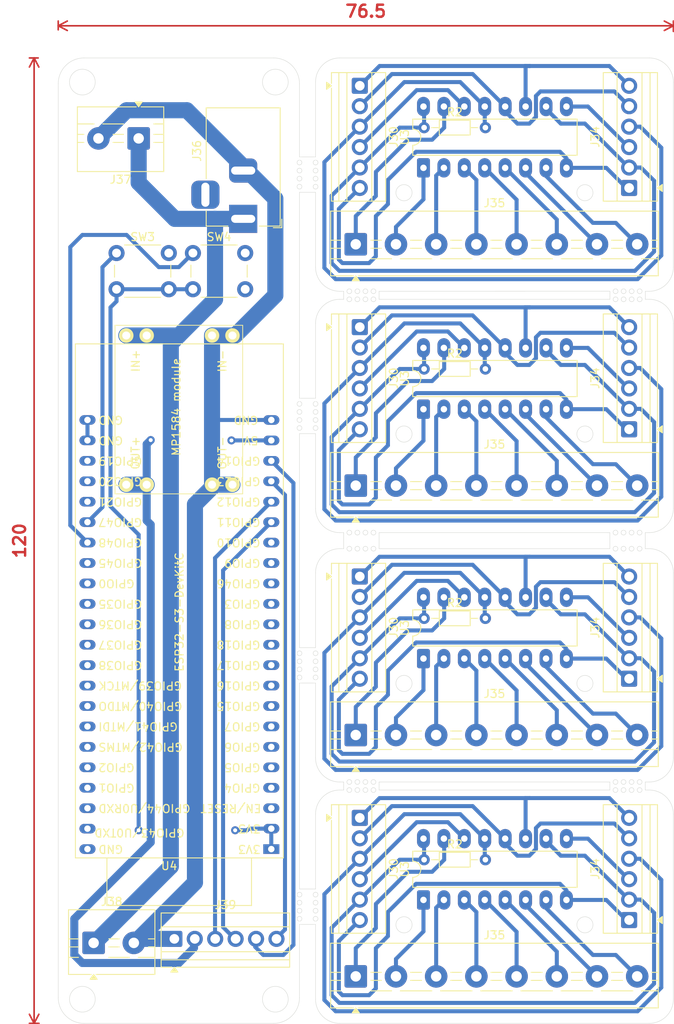
<source format=kicad_pcb>
(kicad_pcb (version 20241229) (generator "pcbnew") (generator_version "9.0")
  (layers (0 "F.Cu" signal) (2 "B.Cu" signal) (13 "F.Paste" user) (15 "B.Paste" user) (5 "F.SilkS" user "F.Silkscreen") (7 "B.SilkS" user "B.Silkscreen") (1 "F.Mask" user) (3 "B.Mask" user) (25 "Edge.Cuts" user))
  (net 0 "")
  (net 1 "+3V3")
  (net 2 "GND")
  (net 3 "+5V")
  (net 4 "+12V")
  (net 5 "/Shift Register/CLOCK")
  (net 6 "/Shift Register/LATCH")
  (net 7 "/Shift Register/OUT_EN")
  (net 8 "/Shift Register/DATA_IN")
  (net 9 "/Shift Register/DATA_OUT")
  (net 10 "Net-(J35-Pin_7)")
  (net 11 "Net-(J35-Pin_1)")
  (net 12 "Net-(J35-Pin_3)")
  (net 13 "Net-(J35-Pin_2)")
  (net 14 "Net-(J35-Pin_6)")
  (net 15 "Net-(J35-Pin_8)")
  (net 16 "Net-(J35-Pin_4)")
  (net 17 "Net-(J35-Pin_5)")
  (net 18 "/ESP32-S3/CLOCK")
  (net 19 "/ESP32-S3/DATA")
  (net 20 "/ESP32-S3/OUT_EN")
  (net 21 "/ESP32-S3/LATCH")
  (net 22 "Net-(U4-GPIO47)")
  (net 23 "Net-(U4-GPIO48)")
  (footprint "TerminalBlock:TerminalBlock_Xinya_XY308-2.54-6P_1x06_P2.54mm_Horizontal" (layer "F.Cu") (at 69.5 126.46 -90)
    (property "Reference" "J30")
    (property "Value" "Terminal_Input")
  )
  (footprint "TerminalBlock:TerminalBlock_Xinya_XY308-2.54-6P_1x06_P2.54mm_Horizontal" (layer "F.Cu") (at 103 109.16 90)
    (property "Reference" "J34")
    (property "Value" "Terminal_Output")
  )
  (footprint "Resistor_THT:R_Axial_DIN0204_L3.6mm_D1.6mm_P7.62mm_Horizontal" (layer "F.Cu") (at 77.5 70.66)
    (property "Reference" "R2")
    (property "Value" "1k")
  )
  (footprint "mp1584:MP1584-Module_B22.1x16.8mm" (layer "F.Cu") (at 53.6675 66.5 -90)
    (property "Reference" "U5" (hide yes))
    (property "Value" "MP1584" (hide yes))
  )
  (footprint "PCM_Espressif:ESP32-S3-DevKitC" (layer "F.Cu") (at 58.49632 130.33728 180)
    (property "Reference" "U4")
    (property "Value" "ESP32-S3-DevKitC")
  )
  (footprint "Resistor_THT:R_Axial_DIN0204_L3.6mm_D1.6mm_P7.62mm_Horizontal" (layer "F.Cu") (at 77.5 101.66)
    (property "Reference" "R2")
    (property "Value" "1k")
  )
  (footprint "Package_DIP:DIP-16_W7.62mm_LongPads" (layer "F.Cu") (at 77.42 75.66 90)
    (property "Reference" "U3")
    (property "Value" "74HC595")
  )
  (footprint "TerminalBlock:TerminalBlock_MaiXu_MX126-5.0-02P_1x02_P5.00mm" (layer "F.Cu") (at 36.4 142)
    (property "Reference" "J38")
    (property "Value" "Screw_Terminal_01x02")
  )
  (footprint "TerminalBlock:TerminalBlock_MaiXu_MX126-5.0-08P_1x08_P5.00mm" (layer "F.Cu") (at 69 85.16)
    (property "Reference" "J35")
    (property "Value" "Terminal_to_Relays")
  )
  (footprint "Package_DIP:DIP-16_W7.62mm_LongPads" (layer "F.Cu") (at 77.42 136.66 90)
    (property "Reference" "U3")
    (property "Value" "74HC595")
  )
  (footprint "TerminalBlock:TerminalBlock_Xinya_XY308-2.54-6P_1x06_P2.54mm_Horizontal" (layer "F.Cu") (at 69.5 65.46 -90)
    (property "Reference" "J30")
    (property "Value" "Terminal_Input")
  )
  (footprint "Resistor_THT:R_Axial_DIN0204_L3.6mm_D1.6mm_P7.62mm_Horizontal" (layer "F.Cu") (at 77.5 40.66)
    (property "Reference" "R2")
    (property "Value" "1k")
  )
  (footprint "TerminalBlock:TerminalBlock_MaiXu_MX126-5.0-08P_1x08_P5.00mm" (layer "F.Cu") (at 69 55.16)
    (property "Reference" "J35")
    (property "Value" "Terminal_to_Relays")
  )
  (footprint "TerminalBlock:TerminalBlock_Xinya_XY308-2.54-6P_1x06_P2.54mm_Horizontal" (layer "F.Cu") (at 103 78.16 90)
    (property "Reference" "J34")
    (property "Value" "Terminal_Output")
  )
  (footprint "TerminalBlock:TerminalBlock_Xinya_XY308-2.54-6P_1x06_P2.54mm_Horizontal" (layer "F.Cu") (at 103 139.16 90)
    (property "Reference" "J34")
    (property "Value" "Terminal_Output")
  )
  (footprint "TerminalBlock:TerminalBlock_Xinya_XY308-2.54-6P_1x06_P2.54mm_Horizontal" (layer "F.Cu") (at 46.44 141.5)
    (property "Reference" "J39")
    (property "Value" "Terminal_Output")
  )
  (footprint "Button_Switch_THT:SW_PUSH_6mm" (layer "F.Cu") (at 39.25 56.25)
    (property "Reference" "SW3")
    (property "Value" "SW_Push")
  )
  (footprint "Button_Switch_THT:SW_PUSH_6mm" (layer "F.Cu") (at 48.75 56.25)
    (property "Reference" "SW4")
    (property "Value" "SW_Push")
  )
  (footprint "Resistor_THT:R_Axial_DIN0204_L3.6mm_D1.6mm_P7.62mm_Horizontal" (layer "F.Cu") (at 77.5 131.66)
    (property "Reference" "R2")
    (property "Value" "1k")
  )
  (footprint "TerminalBlock:TerminalBlock_Xinya_XY308-2.54-6P_1x06_P2.54mm_Horizontal" (layer "F.Cu") (at 69.5 35.46 -90)
    (property "Reference" "J30")
    (property "Value" "Terminal_Input")
  )
  (footprint "TerminalBlock:TerminalBlock_Xinya_XY308-2.54-6P_1x06_P2.54mm_Horizontal" (layer "F.Cu") (at 69.5 96.46 -90)
    (property "Reference" "J30")
    (property "Value" "Terminal_Input")
  )
  (footprint "TerminalBlock:TerminalBlock_MaiXu_MX126-5.0-08P_1x08_P5.00mm" (layer "F.Cu") (at 69 146.16)
    (property "Reference" "J35")
    (property "Value" "Terminal_to_Relays")
  )
  (footprint "TerminalBlock:TerminalBlock_MaiXu_MX126-5.0-02P_1x02_P5.00mm" (layer "F.Cu") (at 42 42 180)
    (property "Reference" "J37")
    (property "Value" "Screw_Terminal_01x02")
  )
  (footprint "Connector_BarrelJack:BarrelJack_Horizontal" (layer "F.Cu") (at 55 52 -90)
    (property "Reference" "J36")
    (property "Value" "Barrel_Jack_MountingPin")
  )
  (footprint "TerminalBlock:TerminalBlock_Xinya_XY308-2.54-6P_1x06_P2.54mm_Horizontal" (layer "F.Cu") (at 103 48.16 90)
    (property "Reference" "J34")
    (property "Value" "Terminal_Output")
  )
  (footprint "Package_DIP:DIP-16_W7.62mm_LongPads" (layer "F.Cu") (at 77.42 106.66 90)
    (property "Reference" "U3")
    (property "Value" "74HC595")
  )
  (footprint "TerminalBlock:TerminalBlock_MaiXu_MX126-5.0-08P_1x08_P5.00mm" (layer "F.Cu") (at 69 116.16)
    (property "Reference" "J35")
    (property "Value" "Terminal_to_Relays")
  )
  (footprint "Package_DIP:DIP-16_W7.62mm_LongPads" (layer "F.Cu") (at 77.42 45.66 90)
    (property "Reference" "U3")
    (property "Value" "74HC595")
  )
  (gr_circle (center 62 139) (end 61.7 139) (stroke (width 0.05)) (fill no) (layer "Edge.Cuts"))
  (gr_circle (center 68.2 122) (end 68.2 121.7) (stroke (width 0.05)) (fill no) (layer "Edge.Cuts"))
  (gr_line (start 62 78.7) (end 64 78.7) (stroke (width 0.05)) (layer "Edge.Cuts"))
  (gr_circle (center 75 78.75) (end 74 78.850781) (stroke (width 0.05)) (fill no) (layer "Edge.Cuts"))
  (gr_circle (center 70.2 91) (end 70.2 90.7) (stroke (width 0.05)) (fill no) (layer "Edge.Cuts"))
  (gr_circle (center 64 45) (end 63.7 45) (stroke (width 0.05)) (fill no) (layer "Edge.Cuts"))
  (gr_arc (start 35.2 152) (mid 32.937258 151.062742) (end 32 148.8) (stroke (width 0.05)) (layer "Edge.Cuts"))
  (gr_circle (center 71.2 123) (end 71.2 122.7) (stroke (width 0.05)) (fill no) (layer "Edge.Cuts"))
  (gr_circle (center 62 76) (end 61.7 76) (stroke (width 0.05)) (fill no) (layer "Edge.Cuts"))
  (gr_line (start 64 126) (end 64 135.3) (stroke (width 0.05)) (layer "Edge.Cuts"))
  (gr_circle (center 64 77) (end 63.7 77) (stroke (width 0.05)) (fill no) (layer "Edge.Cuts"))
  (gr_circle (center 71.2 122) (end 71.2 121.7) (stroke (width 0.05)) (fill no) (layer "Edge.Cuts"))
  (gr_circle (center 102.3 122) (end 102.3 121.7) (stroke (width 0.05)) (fill no) (layer "Edge.Cuts"))
  (gr_arc (start 67 122) (mid 64.87868 121.12132) (end 64 119) (stroke (width 0.05)) (layer "Edge.Cuts"))
  (gr_line (start 71.9 122) (end 71.9 123) (stroke (width 0.05)) (layer "Edge.Cuts"))
  (gr_circle (center 62 47) (end 61.7 47) (stroke (width 0.05)) (fill no) (layer "Edge.Cuts"))
  (gr_line (start 67.5 91) (end 67 91) (stroke (width 0.05)) (layer "Edge.Cuts"))
  (gr_arc (start 67 152) (mid 64.87868 151.12132) (end 64 149) (stroke (width 0.05)) (layer "Edge.Cuts"))
  (gr_arc (start 64 96) (mid 64.87868 93.87868) (end 67 93) (stroke (width 0.05)) (layer "Edge.Cuts"))
  (gr_circle (center 104.3 123) (end 104.3 122.7) (stroke (width 0.05)) (fill no) (layer "Edge.Cuts"))
  (gr_line (start 67 123) (end 67.5 123) (stroke (width 0.05)) (layer "Edge.Cuts"))
  (gr_line (start 71.9 123) (end 100.6 123) (stroke (width 0.05)) (layer "Edge.Cuts"))
  (gr_line (start 67.5 122) (end 67 122) (stroke (width 0.05)) (layer "Edge.Cuts"))
  (gr_circle (center 103.3 122) (end 103.3 121.7) (stroke (width 0.05)) (fill no) (layer "Edge.Cuts"))
  (gr_circle (center 68.2 62) (end 68.2 61.7) (stroke (width 0.05)) (fill no) (layer "Edge.Cuts"))
  (gr_circle (center 64 46) (end 63.7 46) (stroke (width 0.05)) (fill no) (layer "Edge.Cuts"))
  (gr_arc (start 62 148.8) (mid 61.062742 151.062742) (end 58.8 152) (stroke (width 0.05)) (layer "Edge.Cuts"))
  (gr_circle (center 64 78) (end 63.7 78) (stroke (width 0.05)) (fill no) (layer "Edge.Cuts"))
  (gr_line (start 71.9 61) (end 71.9 62) (stroke (width 0.05)) (layer "Edge.Cuts"))
  (gr_line (start 105 123) (end 105.5 123) (stroke (width 0.05)) (layer "Edge.Cuts"))
  (gr_circle (center 35 149) (end 35 147.4) (stroke (width 0.05)) (fill no) (layer "Edge.Cuts"))
  (gr_line (start 105.5 91) (end 105 91) (stroke (width 0.05)) (layer "Edge.Cuts"))
  (gr_circle (center 70.2 61) (end 70.2 60.7) (stroke (width 0.05)) (fill no) (layer "Edge.Cuts"))
  (gr_circle (center 64 106) (end 63.7 106) (stroke (width 0.05)) (fill no) (layer "Edge.Cuts"))
  (gr_circle (center 71.2 62) (end 71.2 61.7) (stroke (width 0.05)) (fill no) (layer "Edge.Cuts"))
  (gr_circle (center 69.2 61) (end 69.2 60.7) (stroke (width 0.05)) (fill no) (layer "Edge.Cuts"))
  (gr_circle (center 69.2 62) (end 69.2 61.7) (stroke (width 0.05)) (fill no) (layer "Edge.Cuts"))
  (gr_line (start 62 139.7) (end 62 148.8) (stroke (width 0.05)) (layer "Edge.Cuts"))
  (gr_arc (start 108.5 119) (mid 107.62132 121.12132) (end 105.5 122) (stroke (width 0.05)) (layer "Edge.Cuts"))
  (gr_circle (center 62 46) (end 61.7 46) (stroke (width 0.05)) (fill no) (layer "Edge.Cuts"))
  (gr_line (start 67 32) (end 105.5 32) (stroke (width 0.05)) (layer "Edge.Cuts"))
  (gr_line (start 62 105.3) (end 62 78.7) (stroke (width 0.05)) (layer "Edge.Cuts"))
  (gr_circle (center 101.309902 62) (end 101.309902 61.7) (stroke (width 0.05)) (fill no) (layer "Edge.Cuts"))
  (gr_line (start 62 48.7) (end 64 48.7) (stroke (width 0.05)) (layer "Edge.Cuts"))
  (gr_line (start 105.5 122) (end 105 122) (stroke (width 0.05)) (layer "Edge.Cuts"))
  (gr_circle (center 70.2 123) (end 70.2 122.7) (stroke (width 0.05)) (fill no) (layer "Edge.Cuts"))
  (gr_circle (center 101.3 91) (end 101.3 90.7) (stroke (width 0.05)) (fill no) (layer "Edge.Cuts"))
  (gr_line (start 62 105.3) (end 64 105.3) (stroke (width 0.05)) (layer "Edge.Cuts"))
  (gr_circle (center 64 47) (end 63.7 47) (stroke (width 0.05)) (fill no) (layer "Edge.Cuts"))
  (gr_circle (center 59 149) (end 59 147.4) (stroke (width 0.05)) (fill no) (layer "Edge.Cuts"))
  (gr_line (start 67.5 61) (end 67 61) (stroke (width 0.05)) (layer "Edge.Cuts"))
  (gr_arc (start 32 35.2) (mid 32.937258 32.937258) (end 35.2 32) (stroke (width 0.05)) (layer "Edge.Cuts"))
  (gr_circle (center 62 106) (end 61.7 106) (stroke (width 0.05)) (fill no) (layer "Edge.Cuts"))
  (gr_line (start 67 93) (end 67.5 93) (stroke (width 0.05)) (layer "Edge.Cuts"))
  (gr_line (start 62 135.3) (end 64 135.3) (stroke (width 0.05)) (layer "Edge.Cuts"))
  (gr_line (start 100.6 122) (end 71.9 122) (stroke (width 0.05)) (layer "Edge.Cuts"))
  (gr_circle (center 104.3 93) (end 104.3 92.7) (stroke (width 0.05)) (fill no) (layer "Edge.Cuts"))
  (gr_circle (center 62 108) (end 61.7 108) (stroke (width 0.05)) (fill no) (layer "Edge.Cuts"))
  (gr_circle (center 62 78) (end 61.7 78) (stroke (width 0.05)) (fill no) (layer "Edge.Cuts"))
  (gr_line (start 105.009902 61) (end 105.009902 62) (stroke (width 0.05)) (layer "Edge.Cuts"))
  (gr_circle (center 71.2 93) (end 71.2 92.7) (stroke (width 0.05)) (fill no) (layer "Edge.Cuts"))
  (gr_line (start 67 62) (end 67.5 62) (stroke (width 0.05)) (layer "Edge.Cuts"))
  (gr_circle (center 75 109.75) (end 74 109.850781) (stroke (width 0.05)) (fill no) (layer "Edge.Cuts"))
  (gr_circle (center 62 77) (end 61.7 77) (stroke (width 0.05)) (fill no) (layer "Edge.Cuts"))
  (gr_line (start 64 65) (end 64 74.3) (stroke (width 0.05)) (layer "Edge.Cuts"))
  (gr_circle (center 68.2 91) (end 68.2 90.7) (stroke (width 0.05)) (fill no) (layer "Edge.Cuts"))
  (gr_arc (start 64 126) (mid 64.87868 123.87868) (end 67 123) (stroke (width 0.05)) (layer "Edge.Cuts"))
  (gr_circle (center 101.3 93) (end 101.3 92.7) (stroke (width 0.05)) (fill no) (layer "Edge.Cuts"))
  (gr_line (start 62 109.7) (end 62 135.3) (stroke (width 0.05)) (layer "Edge.Cuts"))
  (gr_line (start 67.5 61) (end 67.5 62) (stroke (width 0.05)) (layer "Edge.Cuts"))
  (gr_circle (center 68.2 123) (end 68.2 122.7) (stroke (width 0.05)) (fill no) (layer "Edge.Cuts"))
  (gr_circle (center 97.5 109.75) (end 96.5 109.75) (stroke (width 0.05)) (fill no) (layer "Edge.Cuts"))
  (gr_arc (start 105.5 93) (mid 107.62132 93.87868) (end 108.5 96) (stroke (width 0.05)) (layer "Edge.Cuts"))
  (gr_circle (center 104.309902 62) (end 104.309902 61.7) (stroke (width 0.05)) (fill no) (layer "Edge.Cuts"))
  (gr_circle (center 64 48) (end 63.7 48) (stroke (width 0.05)) (fill no) (layer "Edge.Cuts"))
  (gr_circle (center 64 107) (end 63.7 107) (stroke (width 0.05)) (fill no) (layer "Edge.Cuts"))
  (gr_circle (center 104.309902 61) (end 104.309902 60.7) (stroke (width 0.05)) (fill no) (layer "Edge.Cuts"))
  (gr_line (start 35.2 32) (end 58.8 32) (stroke (width 0.05)) (layer "Edge.Cuts"))
  (gr_circle (center 70.2 122) (end 70.2 121.7) (stroke (width 0.05)) (fill no) (layer "Edge.Cuts"))
  (gr_line (start 64 88) (end 64 78.7) (stroke (width 0.05)) (layer "Edge.Cuts"))
  (gr_line (start 105 91) (end 105 93) (stroke (width 0.05)) (layer "Edge.Cuts"))
  (gr_circle (center 103.3 123) (end 103.3 122.7) (stroke (width 0.05)) (fill no) (layer "Edge.Cuts"))
  (gr_circle (center 62 45) (end 61.7 45) (stroke (width 0.05)) (fill no) (layer "Edge.Cuts"))
  (gr_circle (center 69.2 93) (end 69.2 92.7) (stroke (width 0.05)) (fill no) (layer "Edge.Cuts"))
  (gr_circle (center 64 139) (end 63.7 139) (stroke (width 0.05)) (fill no) (layer "Edge.Cuts"))
  (gr_line (start 67.5 122) (end 67.5 123) (stroke (width 0.05)) (layer "Edge.Cuts"))
  (gr_circle (center 103.309902 62) (end 103.309902 61.7) (stroke (width 0.05)) (fill no) (layer "Edge.Cuts"))
  (gr_line (start 105 93) (end 105.5 93) (stroke (width 0.05)) (layer "Edge.Cuts"))
  (gr_circle (center 101.3 123) (end 101.3 122.7) (stroke (width 0.05)) (fill no) (layer "Edge.Cuts"))
  (gr_circle (center 64 109) (end 63.7 109) (stroke (width 0.05)) (fill no) (layer "Edge.Cuts"))
  (gr_circle (center 62 48) (end 61.7 48) (stroke (width 0.05)) (fill no) (layer "Edge.Cuts"))
  (gr_line (start 62 44.3) (end 62 35.2) (stroke (width 0.05)) (layer "Edge.Cuts"))
  (gr_line (start 64 96) (end 64 105.3) (stroke (width 0.05)) (layer "Edge.Cuts"))
  (gr_line (start 64 119) (end 64 109.7) (stroke (width 0.05)) (layer "Edge.Cuts"))
  (gr_circle (center 59 35) (end 59 33.4) (stroke (width 0.05)) (fill no) (layer "Edge.Cuts"))
  (gr_arc (start 105.5 62) (mid 107.6213 62.878688) (end 108.5 65) (stroke (width 0.05)) (layer "Edge.Cuts"))
  (gr_circle (center 64 138) (end 63.7 138) (stroke (width 0.05)) (fill no) (layer "Edge.Cuts"))
  (gr_circle (center 70.2 93) (end 70.2 92.7) (stroke (width 0.05)) (fill no) (layer "Edge.Cuts"))
  (gr_line (start 105.5 61) (end 105.009902 61) (stroke (width 0.05)) (layer "Edge.Cuts"))
  (gr_line (start 105.5 152) (end 67 152) (stroke (width 0.05)) (layer "Edge.Cuts"))
  (gr_line (start 71.9 93) (end 100.6 93) (stroke (width 0.05)) (layer "Edge.Cuts"))
  (gr_line (start 64 149) (end 64 139.7) (stroke (width 0.05)) (layer "Edge.Cuts"))
  (gr_line (start 71.9 91) (end 71.9 93) (stroke (width 0.05)) (layer "Edge.Cuts"))
  (gr_circle (center 69.2 123) (end 69.2 122.7) (stroke (width 0.05)) (fill no) (layer "Edge.Cuts"))
  (gr_line (start 100.6 122) (end 100.6 123) (stroke (width 0.05)) (layer "Edge.Cuts"))
  (gr_line (start 71.9 62) (end 100.609902 62) (stroke (width 0.05)) (layer "Edge.Cuts"))
  (gr_line (start 105 122) (end 105 123) (stroke (width 0.05)) (layer "Edge.Cuts"))
  (gr_line (start 100.609902 60.994082) (end 71.9 61) (stroke (width 0.05)) (layer "Edge.Cuts"))
  (gr_circle (center 75 48.75) (end 74 48.850781) (stroke (width 0.05)) (fill no) (layer "Edge.Cuts"))
  (gr_circle (center 104.3 122) (end 104.3 121.7) (stroke (width 0.05)) (fill no) (layer "Edge.Cuts"))
  (gr_line (start 62 109.7) (end 64 109.7) (stroke (width 0.05)) (layer "Edge.Cuts"))
  (gr_circle (center 64 136) (end 63.7 136) (stroke (width 0.05)) (fill no) (layer "Edge.Cuts"))
  (gr_circle (center 101.3 122) (end 101.3 121.7) (stroke (width 0.05)) (fill no) (layer "Edge.Cuts"))
  (gr_arc (start 67 91) (mid 64.87868 90.12132) (end 64 88) (stroke (width 0.05)) (layer "Edge.Cuts"))
  (gr_arc (start 64 65) (mid 64.87868 62.87868) (end 67 62) (stroke (width 0.05)) (layer "Edge.Cuts"))
  (gr_circle (center 70.2 62) (end 70.2 61.7) (stroke (width 0.05)) (fill no) (layer "Edge.Cuts"))
  (gr_arc (start 64 35) (mid 64.87868 32.87868) (end 67 32) (stroke (width 0.05)) (layer "Edge.Cuts"))
  (gr_circle (center 69.2 91) (end 69.2 90.7) (stroke (width 0.05)) (fill no) (layer "Edge.Cuts"))
  (gr_circle (center 103.309902 61) (end 103.309902 60.7) (stroke (width 0.05)) (fill no) (layer "Edge.Cuts"))
  (gr_line (start 108.5 96) (end 108.5 119) (stroke (width 0.05)) (layer "Edge.Cuts"))
  (gr_arc (start 108.5 88) (mid 107.62132 90.12132) (end 105.5 91) (stroke (width 0.05)) (layer "Edge.Cuts"))
  (gr_line (start 62 74.3) (end 64 74.3) (stroke (width 0.05)) (layer "Edge.Cuts"))
  (gr_arc (start 67 61) (mid 64.87868 60.12132) (end 64 58) (stroke (width 0.05)) (layer "Edge.Cuts"))
  (gr_circle (center 62 136) (end 61.7 136) (stroke (width 0.05)) (fill no) (layer "Edge.Cuts"))
  (gr_line (start 100.6 91) (end 71.9 91) (stroke (width 0.05)) (layer "Edge.Cuts"))
  (gr_circle (center 64 75) (end 63.7 75) (stroke (width 0.05)) (fill no) (layer "Edge.Cuts"))
  (gr_line (start 32 148.8) (end 32 35.2) (stroke (width 0.05)) (layer "Edge.Cuts"))
  (gr_circle (center 64 137) (end 63.7 137) (stroke (width 0.05)) (fill no) (layer "Edge.Cuts"))
  (gr_circle (center 102.3 91) (end 102.3 90.7) (stroke (width 0.05)) (fill no) (layer "Edge.Cuts"))
  (gr_circle (center 62 137) (end 61.7 137) (stroke (width 0.05)) (fill no) (layer "Edge.Cuts"))
  (gr_arc (start 105.5 123) (mid 107.62132 123.87868) (end 108.5 126) (stroke (width 0.05)) (layer "Edge.Cuts"))
  (gr_line (start 62 44.3) (end 64 44.3) (stroke (width 0.05)) (layer "Edge.Cuts"))
  (gr_line (start 100.6 91) (end 100.6 93) (stroke (width 0.05)) (layer "Edge.Cuts"))
  (gr_line (start 62 74.3) (end 62 48.7) (stroke (width 0.05)) (layer "Edge.Cuts"))
  (gr_line (start 108.5 126) (end 108.5 149) (stroke (width 0.05)) (layer "Edge.Cuts"))
  (gr_circle (center 68.2 93) (end 68.2 92.7) (stroke (width 0.05)) (fill no) (layer "Edge.Cuts"))
  (gr_circle (center 101.309902 61) (end 101.309902 60.7) (stroke (width 0.05)) (fill no) (layer "Edge.Cuts"))
  (gr_circle (center 71.2 91) (end 71.2 90.7) (stroke (width 0.05)) (fill no) (layer "Edge.Cuts"))
  (gr_line (start 62 139.7) (end 64 139.7) (stroke (width 0.05)) (layer "Edge.Cuts"))
  (gr_circle (center 64 108) (end 63.7 108) (stroke (width 0.05)) (fill no) (layer "Edge.Cuts"))
  (gr_arc (start 108.5 149) (mid 107.62132 151.12132) (end 105.5 152) (stroke (width 0.05)) (layer "Edge.Cuts"))
  (gr_circle (center 62 75) (end 61.7 75) (stroke (width 0.05)) (fill no) (layer "Edge.Cuts"))
  (gr_arc (start 58.8 32) (mid 61.062742 32.937258) (end 62 35.2) (stroke (width 0.05)) (layer "Edge.Cuts"))
  (gr_line (start 105.5 62) (end 105.0099 62) (stroke (width 0.05)) (layer "Edge.Cuts"))
  (gr_circle (center 97.5 48.75) (end 96.5 48.75) (stroke (width 0.05)) (fill no) (layer "Edge.Cuts"))
  (gr_line (start 100.609902 61) (end 100.609902 62) (stroke (width 0.05)) (layer "Edge.Cuts"))
  (gr_circle (center 102.3 123) (end 102.3 122.7) (stroke (width 0.05)) (fill no) (layer "Edge.Cuts"))
  (gr_line (start 108.5 35) (end 108.5 58) (stroke (width 0.05)) (layer "Edge.Cuts"))
  (gr_line (start 64 35) (end 64 44.3) (stroke (width 0.05)) (layer "Edge.Cuts"))
  (gr_circle (center 97.5 78.75) (end 96.5 78.75) (stroke (width 0.05)) (fill no) (layer "Edge.Cuts"))
  (gr_circle (center 68.2 61) (end 68.2 60.7) (stroke (width 0.05)) (fill no) (layer "Edge.Cuts"))
  (gr_circle (center 35 35) (end 35 33.4) (stroke (width 0.05)) (fill no) (layer "Edge.Cuts"))
  (gr_circle (center 62 109) (end 61.7 109) (stroke (width 0.05)) (fill no) (layer "Edge.Cuts"))
  (gr_circle (center 102.3 93) (end 102.3 92.7) (stroke (width 0.05)) (fill no) (layer "Edge.Cuts"))
  (gr_circle (center 104.3 91) (end 104.3 90.7) (stroke (width 0.05)) (fill no) (layer "Edge.Cuts"))
  (gr_arc (start 105.5 32) (mid 107.62132 32.87868) (end 108.5 35) (stroke (width 0.05)) (layer "Edge.Cuts"))
  (gr_line (start 58.8 152) (end 35.2 152) (stroke (width 0.05)) (layer "Edge.Cuts"))
  (gr_circle (center 69.2 122) (end 69.2 121.7) (stroke (width 0.05)) (fill no) (layer "Edge.Cuts"))
  (gr_circle (center 102.309902 62) (end 102.309902 61.7) (stroke (width 0.05)) (fill no) (layer "Edge.Cuts"))
  (gr_circle (center 64 76) (end 63.7 76) (stroke (width 0.05)) (fill no) (layer "Edge.Cuts"))
  (gr_line (start 67.5 91) (end 67.5 93) (stroke (width 0.05)) (layer "Edge.Cuts"))
  (gr_arc (start 108.5 58) (mid 107.62132 60.12132) (end 105.5 61) (stroke (width 0.05)) (layer "Edge.Cuts"))
  (gr_circle (center 75 139.75) (end 74 139.850781) (stroke (width 0.05)) (fill no) (layer "Edge.Cuts"))
  (gr_circle (center 97.5 139.75) (end 96.5 139.75) (stroke (width 0.05)) (fill no) (layer "Edge.Cuts"))
  (gr_circle (center 62 138) (end 61.7 138) (stroke (width 0.05)) (fill no) (layer "Edge.Cuts"))
  (gr_circle (center 102.309902 61) (end 102.309902 60.7) (stroke (width 0.05)) (fill no) (layer "Edge.Cuts"))
  (gr_circle (center 71.2 61) (end 71.2 60.7) (stroke (width 0.05)) (fill no) (layer "Edge.Cuts"))
  (gr_circle (center 103.3 93) (end 103.3 92.7) (stroke (width 0.05)) (fill no) (layer "Edge.Cuts"))
  (gr_circle (center 103.3 91) (end 103.3 90.7) (stroke (width 0.05)) (fill no) (layer "Edge.Cuts"))
  (gr_circle (center 62 107) (end 61.7 107) (stroke (width 0.05)) (fill no) (layer "Edge.Cuts"))
  (gr_line (start 108.5 65) (end 108.5 88) (stroke (width 0.05)) (layer "Edge.Cuts"))
  (gr_line (start 64 58) (end 64 48.7) (stroke (width 0.05)) (layer "Edge.Cuts"))
  (dimension (type orthogonal) (layer "F.Cu") (pts (xy 32 29) (xy 108.5 29.2)) (height -1) (orientation 0) (format (prefix "") (suffix "") (units 3) (units_format 0) (precision 4) (suppress_zeroes yes)) (style (thickness 0.2) (arrow_length 1.27) (text_position_mode 0) (arrow_direction outward) (extension_height 0.58642) (extension_offset 0.5) (keep_text_aligned yes)) (gr_text "76.5" (at 70.25 26.2 0) (layer "F.Cu") (effects (font (size 1.5 1.5) (thickness 0.3)))))
  (dimension (type orthogonal) (layer "F.Cu") (pts (xy 30 32) (xy 30.1 152)) (height -1) (orientation 1) (format (prefix "") (suffix "") (units 3) (units_format 0) (precision 4) (suppress_zeroes yes)) (style (thickness 0.2) (arrow_length 1.27) (text_position_mode 0) (arrow_direction outward) (extension_height 0.58642) (extension_offset 0.5) (keep_text_aligned yes)) (gr_text "120" (at 27.2 92 90) (layer "F.Cu") (effects (font (size 1.5 1.5) (thickness 0.3)))))
  (via (at 54 128) (size 1) (drill 0.5) (layers "F.Cu" "B.Cu") (net 1))
  (via (at 42 128) (size 1) (drill 0.5) (layers "F.Cu" "B.Cu") (net 1))
  (segment (start 54 128) (end 55.5 128) (width 0.5) (layer "B.Cu") (net 1))
  (segment (start 38.5 87.75) (end 38.5 63) (width 0.5) (layer "B.Cu") (net 1))
  (segment (start 39.25 60.75) (end 45.75 60.75) (width 0.5) (layer "B.Cu") (net 1))
  (segment (start 55.5 128) (end 55.70272 127.79728) (width 0.5) (layer "B.Cu") (net 1))
  (segment (start 38.5 63) (end 39.25 62.25) (width 0.5) (layer "B.Cu") (net 1))
  (segment (start 58.49632 130.33728) (end 58.49632 127.79728) (width 0.5) (layer "B.Cu") (net 1))
  (segment (start 45.75 60.75) (end 48.75 60.75) (width 0.5) (layer "B.Cu") (net 1))
  (segment (start 42 128) (end 42 91.25) (width 0.5) (layer "B.Cu") (net 1))
  (segment (start 39.25 62.25) (end 39.25 60.75) (width 0.5) (layer "B.Cu") (net 1))
  (segment (start 55.70272 127.79728) (end 58.49632 127.79728) (width 0.5) (layer "B.Cu") (net 1))
  (segment (start 42 91.25) (end 38.5 87.75) (width 0.5) (layer "B.Cu") (net 1))
  (segment (start 40.5 38.5) (end 48 38.5) (width 2) (layer "B.Cu") (net 2))
  (segment (start 76.5 43.66) (end 94.4 43.66) (width 0.5) (layer "B.Cu") (net 2))
  (segment (start 95.2 44.46) (end 95.2 45.66) (width 0.5) (layer "B.Cu") (net 2))
  (segment (start 102.66 48.16) (end 103 48.16) (width 0.5) (layer "B.Cu") (net 2))
  (segment (start 94.4 104.66) (end 95.2 105.46) (width 0.5) (layer "B.Cu") (net 2))
  (segment (start 66.9 148.06) (end 67.34 148.5) (width 0.5) (layer "B.Cu") (net 2))
  (segment (start 95.2 135.46) (end 95.2 136.66) (width 0.5) (layer "B.Cu") (net 2))
  (segment (start 100.16 45.66) (end 102.66 48.16) (width 0.5) (layer "B.Cu") (net 2))
  (segment (start 69.5 139.16) (end 66.9 141.76) (width 0.5) (layer "B.Cu") (net 2))
  (segment (start 102.66 109.16) (end 103 109.16) (width 0.5) (layer "B.Cu") (net 2))
  (segment (start 42 141.5) (end 41.5 142) (width 2) (layer "B.Cu") (net 2))
  (segment (start 49 87.5) (end 49 134.5) (width 2) (layer "B.Cu") (net 2))
  (segment (start 71.5 86.66) (end 71.5 81.66) (width 0.5) (layer "B.Cu") (net 2))
  (segment (start 100.16 75.66) (end 102.66 78.16) (width 0.5) (layer "B.Cu") (net 2))
  (segment (start 69.5 78.16) (end 66.9 80.76) (width 0.5) (layer "B.Cu") (net 2))
  (segment (start 102.66 78.16) (end 103 78.16) (width 0.5) (layer "B.Cu") (net 2))
  (segment (start 70.66 87.5) (end 71.5 86.66) (width 0.5) (layer "B.Cu") (net 2))
  (segment (start 71.5 117.66) (end 71.5 112.66) (width 0.5) (layer "B.Cu") (net 2))
  (segment (start 51.1275 85.3725) (end 49 87.5) (width 2) (layer "B.Cu") (net 2))
  (segment (start 66.9 141.76) (end 66.9 148.06) (width 0.5) (layer "B.Cu") (net 2))
  (segment (start 48 38.5) (end 59 49.5) (width 2) (layer "B.Cu") (net 2))
  (segment (start 100.16 136.66) (end 102.66 139.16) (width 0.5) (layer "B.Cu") (net 2))
  (segment (start 73 50.16) (end 73 47.16) (width 0.5) (layer "B.Cu") (net 2))
  (segment (start 67.34 57.5) (end 70.66 57.5) (width 0.5) (layer "B.Cu") (net 2))
  (segment (start 70.66 57.5) (end 71.5 56.66) (width 0.5) (layer "B.Cu") (net 2))
  (segment (start 73 138.16) (end 76.5 134.66) (width 0.5) (layer "B.Cu") (net 2))
  (segment (start 51.1275 77) (end 51.1275 85.042) (width 2) (layer "B.Cu") (net 2))
  (segment (start 73 77.16) (end 76.5 73.66) (width 0.5) (layer "B.Cu") (net 2))
  (segment (start 51.1275 66.5) (end 51.1275 77) (width 2) (layer "B.Cu") (net 2))
  (segment (start 73 80.16) (end 73 77.16) (width 0.5) (layer "B.Cu") (net 2))
  (segment (start 66.9 50.76) (end 66.9 57.06) (width 0.5) (layer "B.Cu") (net 2))
  (segment (start 67.34 148.5) (end 70.66 148.5) (width 0.5) (layer "B.Cu") (net 2))
  (segment (start 102.66 139.16) (end 103 139.16) (width 0.5) (layer "B.Cu") (net 2))
  (segment (start 95.2 106.66) (end 100.16 106.66) (width 0.5) (layer "B.Cu") (net 2))
  (segment (start 73 141.16) (end 73 138.16) (width 0.5) (layer "B.Cu") (net 2))
  (segment (start 95.2 74.46) (end 95.2 75.66) (width 0.5) (layer "B.Cu") (net 2))
  (segment (start 49 134.5) (end 41.5 142) (width 2) (layer "B.Cu") (net 2))
  (segment (start 67.34 118.5) (end 70.66 118.5) (width 0.5) (layer "B.Cu") (net 2))
  (segment (start 71.5 56.66) (end 71.5 51.66) (width 0.5) (layer "B.Cu") (net 2))
  (segment (start 69.5 48.16) (end 66.9 50.76) (width 0.5) (layer "B.Cu") (net 2))
  (segment (start 71.5 142.66) (end 73 141.16) (width 0.5) (layer "B.Cu") (net 2))
  (segment (start 66.9 87.06) (end 67.34 87.5) (width 0.5) (layer "B.Cu") (net 2))
  (segment (start 73 47.16) (end 76.5 43.66) (width 0.5) (layer "B.Cu") (net 2))
  (segment (start 59 61.5) (end 54 66.5) (width 2) (layer "B.Cu") (net 2))
  (segment (start 69.5 109.16) (end 66.9 111.76) (width 0.5) (layer "B.Cu") (net 2))
  (segment (start 73 108.16) (end 76.5 104.66) (width 0.5) (layer "B.Cu") (net 2))
  (segment (start 100.16 106.66) (end 102.66 109.16) (width 0.5) (layer "B.Cu") (net 2))
  (segment (start 94.4 73.66) (end 95.2 74.46) (width 0.5) (layer "B.Cu") (net 2))
  (segment (start 94.4 43.66) (end 95.2 44.46) (width 0.5) (layer "B.Cu") (net 2))
  (segment (start 71.5 147.66) (end 71.5 142.66) (width 0.5) (layer "B.Cu") (net 2))
  (segment (start 66.9 80.76) (end 66.9 87.06) (width 0.5) (layer "B.Cu") (net 2))
  (segment (start 76.5 73.66) (end 94.4 73.66) (width 0.5) (layer "B.Cu") (net 2))
  (segment (start 66.9 118.06) (end 67.34 118.5) (width 0.5) (layer "B.Cu") (net 2))
  (segment (start 71.5 51.66) (end 73 50.16) (width 0.5) (layer "B.Cu") (net 2))
  (segment (start 95.2 105.46) (end 95.2 106.66) (width 0.5) (layer "B.Cu") (net 2))
  (segment (start 54 66.5) (end 51.1275 66.5) (width 2) (layer "B.Cu") (net 2))
  (segment (start 37 42) (end 40.5 38.5) (width 2) (layer "B.Cu") (net 2))
  (segment (start 95.2 136.66) (end 100.16 136.66) (width 0.5) (layer "B.Cu") (net 2))
  (segment (start 94.4 134.66) (end 95.2 135.46) (width 0.5) (layer "B.Cu") (net 2))
  (segment (start 66.9 111.76) (end 66.9 118.06) (width 0.5) (layer "B.Cu") (net 2))
  (segment (start 51.1275 85.042) (end 53.6675 85.042) (width 2) (layer "B.Cu") (net 2))
  (segment (start 51.1275 85.042) (end 51.1275 85.3725) (width 2) (layer "B.Cu") (net 2))
  (segment (start 66.9 57.06) (end 67.34 57.5) (width 0.5) (layer "B.Cu") (net 2))
  (segment (start 71.5 112.66) (end 73 111.16) (width 0.5) (layer "B.Cu") (net 2))
  (segment (start 35.63632 76.99728) (end 35.63632 79.53728) (width 0.5) (layer "B.Cu") (net 2))
  (segment (start 59 49.5) (end 59 61.5) (width 2) (layer "B.Cu") (net 2))
  (segment (start 73 111.16) (end 73 108.16) (width 0.5) (layer "B.Cu") (net 2))
  (segment (start 76.5 104.66) (end 94.4 104.66) (width 0.5) (layer "B.Cu") (net 2))
  (segment (start 95.2 75.66) (end 100.16 75.66) (width 0.5) (layer "B.Cu") (net 2))
  (segment (start 70.66 118.5) (end 71.5 117.66) (width 0.5) (layer "B.Cu") (net 2))
  (segment (start 71.5 81.66) (end 73 80.16) (width 0.5) (layer "B.Cu") (net 2))
  (segment (start 67.34 87.5) (end 70.66 87.5) (width 0.5) (layer "B.Cu") (net 2))
  (segment (start 70.66 148.5) (end 71.5 147.66) (width 0.5) (layer "B.Cu") (net 2))
  (segment (start 46.34 141.5) (end 42 141.5) (width 2) (layer "B.Cu") (net 2))
  (segment (start 58.5 77) (end 51.1275 77) (width 0.5) (layer "B.Cu") (net 2))
  (segment (start 76.5 134.66) (end 94.4 134.66) (width 0.5) (layer "B.Cu") (net 2))
  (segment (start 95.2 45.66) (end 100.16 45.66) (width 0.5) (layer "B.Cu") (net 2))
  (via (at 53.54 79.54) (size 1) (drill 0.5) (layers "F.Cu" "B.Cu") (net 3))
  (via (at 43.5 79.5) (size 1) (drill 0.5) (layers "F.Cu" "B.Cu") (net 3))
  (segment (start 43.5 90) (end 43.5 129.5) (width 1) (layer "B.Cu") (net 3))
  (segment (start 42.9995 80.0005) (end 43.5 79.5) (width 1) (layer "B.Cu") (net 3))
  (segment (start 66 140.12) (end 66 148.5) (width 0.5) (layer "B.Cu") (net 3))
  (segment (start 102.96 136.62) (end 97.5 131.16) (width 0.5) (layer "B.Cu") (net 3))
  (segment (start 34 143.5) (end 35 144.5) (width 1) (layer "B.Cu") (net 3))
  (segment (start 66 79.12) (end 66 87.5) (width 0.5) (layer "B.Cu") (net 3))
  (segment (start 69.5 136.62) (end 74.46 131.66) (width 0.5) (layer "B.Cu") (net 3))
  (segment (start 103.709636 149.459) (end 106.1 147.068636) (width 0.5) (layer "B.Cu") (net 3))
  (segment (start 66 110.12) (end 66 118.5) (width 0.5) (layer "B.Cu") (net 3))
  (segment (start 74.46 131.66) (end 77.5 131.66) (width 0.5) (layer "B.Cu") (net 3))
  (segment (start 102.96 75.62) (end 97.5 70.16) (width 0.5) (layer "B.Cu") (net 3))
  (segment (start 92.66 68.32) (end 92.66 68.04) (width 0.5) (layer "B.Cu") (net 3))
  (segment (start 106.1 56.068636) (end 106.1 47.2575) (width 0.5) (layer "B.Cu") (net 3))
  (segment (start 103 75.62) (end 102.96 75.62) (width 0.5) (layer "B.Cu") (net 3))
  (segment (start 104.4625 136.62) (end 103 136.62) (width 0.5) (layer "B.Cu") (net 3))
  (segment (start 106.1 77.2575) (end 104.4625 75.62) (width 0.5) (layer "B.Cu") (net 3))
  (segment (start 58.5 79.54) (end 53.54 79.54) (width 0.5) (layer "B.Cu") (net 3))
  (segment (start 77.5 40.66) (end 77.5 38.12) (width 0.5) (layer "B.Cu") (net 3))
  (segment (start 66 57.5) (end 66.959 58.459) (width 0.5) (layer "B.Cu") (net 3))
  (segment (start 102.96 106.62) (end 97.5 101.16) (width 0.5) (layer "B.Cu") (net 3))
  (segment (start 69.5 45.62) (end 74.46 40.66) (width 0.5) (layer "B.Cu") (net 3))
  (segment (start 97.5 101.16) (end 94.5 101.16) (width 0.5) (layer "B.Cu") (net 3))
  (segment (start 66.959 119.459) (end 103.709636 119.459) (width 0.5) (layer "B.Cu") (net 3))
  (segment (start 69.5 106.62) (end 66 110.12) (width 0.5) (layer "B.Cu") (net 3))
  (segment (start 97.5 70.16) (end 94.5 70.16) (width 0.5) (layer "B.Cu") (net 3))
  (segment (start 69.5 45.62) (end 66 49.12) (width 0.5) (layer "B.Cu") (net 3))
  (segment (start 94.5 40.16) (end 92.66 38.32) (width 0.5) (layer "B.Cu") (net 3))
  (segment (start 42.9995 85.042) (end 42.9995 80.0005) (width 1) (layer "B.Cu") (net 3))
  (segment (start 66.959 149.459) (end 103.709636 149.459) (width 0.5) (layer "B.Cu") (net 3))
  (segment (start 106.1 47.2575) (end 104.4625 45.62) (width 0.5) (layer "B.Cu") (net 3))
  (segment (start 103 45.62) (end 102.96 45.62) (width 0.5) (layer "B.Cu") (net 3))
  (segment (start 77.5 70.66) (end 77.5 68.12) (width 0.5) (layer "B.Cu") (net 3))
  (segment (start 77.5 101.66) (end 77.5 99.12) (width 0.5) (layer "B.Cu") (net 3))
  (segment (start 77.5 131.66) (end 77.5 129.12) (width 0.5) (layer "B.Cu") (net 3))
  (segment (start 69.5 75.62) (end 66 79.12) (width 0.5) (layer "B.Cu") (net 3))
  (segment (start 94.5 70.16) (end 92.66 68.32) (width 0.5) (layer "B.Cu") (net 3))
  (segment (start 48.88 142.62) (end 48.88 141.5) (width 1) (layer "B.Cu") (net 3))
  (segment (start 102.96 45.62) (end 97.5 40.16) (width 0.5) (layer "B.Cu") (net 3))
  (segment (start 92.66 99.32) (end 92.66 99.04) (width 0.5) (layer "B.Cu") (net 3))
  (segment (start 104.4625 75.62) (end 103 75.62) (width 0.5) (layer "B.Cu") (net 3))
  (segment (start 106.1 138.2575) (end 104.4625 136.62) (width 0.5) (layer "B.Cu") (net 3))
  (segment (start 42.9995 85.042) (end 42.9995 89.4995) (width 1) (layer "B.Cu") (net 3))
  (segment (start 35 144.5) (end 47 144.5) (width 1) (layer "B.Cu") (net 3))
  (segment (start 42.9995 85.042) (end 40.4595 85.042) (width 2) (layer "B.Cu") (net 3))
  (segment (start 77.5 99.12) (end 77.42 99.04) (width 0.5) (layer "B.Cu") (net 3))
  (segment (start 106.1 147.068636) (end 106.1 138.2575) (width 0.5) (layer "B.Cu") (net 3))
  (segment (start 97.5 131.16) (end 94.5 131.16) (width 0.5) (layer "B.Cu") (net 3))
  (segment (start 66 49.12) (end 66 57.5) (width 0.5) (layer "B.Cu") (net 3))
  (segment (start 69.5 75.62) (end 74.46 70.66) (width 0.5) (layer "B.Cu") (net 3))
  (segment (start 34 139) (end 34 143.5) (width 1) (layer "B.Cu") (net 3))
  (segment (start 94.5 131.16) (end 92.66 129.32) (width 0.5) (layer "B.Cu") (net 3))
  (segment (start 69.5 136.62) (end 66 140.12) (width 0.5) (layer "B.Cu") (net 3))
  (segment (start 103.709636 88.459) (end 106.1 86.068636) (width 0.5) (layer "B.Cu") (net 3))
  (segment (start 106.1 117.068636) (end 106.1 108.2575) (width 0.5) (layer "B.Cu") (net 3))
  (segment (start 66 87.5) (end 66.959 88.459) (width 0.5) (layer "B.Cu") (net 3))
  (segment (start 74.46 101.66) (end 77.5 101.66) (width 0.5) (layer "B.Cu") (net 3))
  (segment (start 104.4625 45.62) (end 103 45.62) (width 0.5) (layer "B.Cu") (net 3))
  (segment (start 97.5 40.16) (end 94.5 40.16) (width 0.5) (layer "B.Cu") (net 3))
  (segment (start 106.1 86.068636) (end 106.1 77.2575) (width 0.5) (layer "B.Cu") (net 3))
  (segment (start 66 118.5) (end 66.959 119.459) (width 0.5) (layer "B.Cu") (net 3))
  (segment (start 43.5 129.5) (end 34 139) (width 1) (layer "B.Cu") (net 3))
  (segment (start 66 148.5) (end 66.959 149.459) (width 0.5) (layer "B.Cu") (net 3))
  (segment (start 47 144.5) (end 48.88 142.62) (width 1) (layer "B.Cu") (net 3))
  (segment (start 77.5 129.12) (end 77.42 129.04) (width 0.5) (layer "B.Cu") (net 3))
  (segment (start 92.66 129.32) (end 92.66 129.04) (width 0.5) (layer "B.Cu") (net 3))
  (segment (start 103.709636 119.459) (end 106.1 117.068636) (width 0.5) (layer "B.Cu") (net 3))
  (segment (start 103 136.62) (end 102.96 136.62) (width 0.5) (layer "B.Cu") (net 3))
  (segment (start 66.959 88.459) (end 103.709636 88.459) (width 0.5) (layer "B.Cu") (net 3))
  (segment (start 69.5 106.62) (end 74.46 101.66) (width 0.5) (layer "B.Cu") (net 3))
  (segment (start 42.9995 89.4995) (end 43.5 90) (width 1) (layer "B.Cu") (net 3))
  (segment (start 103 106.62) (end 102.96 106.62) (width 0.5) (layer "B.Cu") (net 3))
  (segment (start 74.46 70.66) (end 77.5 70.66) (width 0.5) (layer "B.Cu") (net 3))
  (segment (start 104.4625 106.62) (end 103 106.62) (width 0.5) (layer "B.Cu") (net 3))
  (segment (start 77.5 68.12) (end 77.42 68.04) (width 0.5) (layer "B.Cu") (net 3))
  (segment (start 106.1 108.2575) (end 104.4625 106.62) (width 0.5) (layer "B.Cu") (net 3))
  (segment (start 103.709636 58.459) (end 106.1 56.068636) (width 0.5) (layer "B.Cu") (net 3))
  (segment (start 77.5 38.12) (end 77.42 38.04) (width 0.5) (layer "B.Cu") (net 3))
  (segment (start 92.66 38.32) (end 92.66 38.04) (width 0.5) (layer "B.Cu") (net 3))
  (segment (start 66.959 58.459) (end 103.709636 58.459) (width 0.5) (layer "B.Cu") (net 3))
  (segment (start 94.5 101.16) (end 92.66 99.32) (width 0.5) (layer "B.Cu") (net 3))
  (segment (start 74.46 40.66) (end 77.5 40.66) (width 0.5) (layer "B.Cu") (net 3))
  (segment (start 46 67.5) (end 46 132.5) (width 2) (layer "B.Cu") (net 4))
  (segment (start 51.5 62) (end 51.5 52) (width 2) (layer "B.Cu") (net 4))
  (segment (start 46.5 52) (end 42 47.5) (width 2) (layer "B.Cu") (net 4))
  (segment (start 40.4595 66.5) (end 42.9995 66.5) (width 2) (layer "B.Cu") (net 4))
  (segment (start 51.5 52) (end 46.5 52) (width 2) (layer "B.Cu") (net 4))
  (segment (start 46 132.5) (end 36.5 142) (width 2) (layer "B.Cu") (net 4))
  (segment (start 55 52) (end 51.5 52) (width 2) (layer "B.Cu") (net 4))
  (segment (start 51.5 62) (end 47 66.5) (width 2) (layer "B.Cu") (net 4))
  (segment (start 42.9995 66.5) (end 47 66.5) (width 2) (layer "B.Cu") (net 4))
  (segment (start 47 66.5) (end 46 67.5) (width 2) (layer "B.Cu") (net 4))
  (segment (start 42 47.5) (end 42 42) (width 2) (layer "B.Cu") (net 4))
  (segment (start 90.12 68.04) (end 90.12 63) (width 0.5) (layer "B.Cu") (net 5))
  (segment (start 90.66 33) (end 100.54 33) (width 0.5) (layer "B.Cu") (net 5))
  (segment (start 90 63) (end 90.66 63) (width 0.5) (layer "B.Cu") (net 5))
  (segment (start 90.12 129.04) (end 90.12 124) (width 0.5) (layer "B.Cu") (net 5))
  (segment (start 71.96 63) (end 90.66 63) (width 0.5) (layer "B.Cu") (net 5))
  (segment (start 100.54 124) (end 103 126.46) (width 0.5) (layer "B.Cu") (net 5))
  (segment (start 90 124) (end 90.66 124) (width 0.5) (layer "B.Cu") (net 5))
  (segment (start 100.54 63) (end 103 65.46) (width 0.5) (layer "B.Cu") (net 5))
  (segment (start 100.54 33) (end 103 35.46) (width 0.5) (layer "B.Cu") (net 5))
  (segment (start 90.12 99.04) (end 90.12 94) (width 0.5) (layer "B.Cu") (net 5))
  (segment (start 90 94) (end 90.66 94) (width 0.5) (layer "B.Cu") (net 5))
  (segment (start 90.66 63) (end 100.54 63) (width 0.5) (layer "B.Cu") (net 5))
  (segment (start 69.5 96.46) (end 71.96 94) (width 0.5) (layer "B.Cu") (net 5))
  (segment (start 90 33) (end 90.66 33) (width 0.5) (layer "B.Cu") (net 5))
  (segment (start 100.54 94) (end 103 96.46) (width 0.5) (layer "B.Cu") (net 5))
  (segment (start 90.12 38.04) (end 90.12 33) (width 0.5) (layer "B.Cu") (net 5))
  (segment (start 69.5 35.46) (end 71.96 33) (width 0.5) (layer "B.Cu") (net 5))
  (segment (start 71.96 94) (end 90.66 94) (width 0.5) (layer "B.Cu") (net 5))
  (segment (start 69.5 126.46) (end 71.96 124) (width 0.5) (layer "B.Cu") (net 5))
  (segment (start 69.5 65.46) (end 71.96 63) (width 0.5) (layer "B.Cu") (net 5))
  (segment (start 71.96 33) (end 90.66 33) (width 0.5) (layer "B.Cu") (net 5))
  (segment (start 90.66 94) (end 100.54 94) (width 0.5) (layer "B.Cu") (net 5))
  (segment (start 90.66 124) (end 100.54 124) (width 0.5) (layer "B.Cu") (net 5))
  (segment (start 71.96 124) (end 90.66 124) (width 0.5) (layer "B.Cu") (net 5))
  (segment (start 91.409 69.335591) (end 91.409 66.718704) (width 0.5) (layer "B.Cu") (net 6))
  (segment (start 101.16 97.16) (end 103 99) (width 0.5) (layer "B.Cu") (net 6))
  (segment (start 91.409 127.718704) (end 91.967704 127.16) (width 0.5) (layer "B.Cu") (net 6))
  (segment (start 91.967704 127.16) (end 101.16 127.16) (width 0.5) (layer "B.Cu") (net 6))
  (segment (start 91.409 66.718704) (end 91.967704 66.16) (width 0.5) (layer "B.Cu") (net 6))
  (segment (start 87.58 68.64) (end 89.1 70.16) (width 0.5) (layer "B.Cu") (net 6))
  (segment (start 83.54 34) (end 87.58 38.04) (width 0.5) (layer "B.Cu") (net 6))
  (segment (start 89.1 40.16) (end 90.584591 40.16) (width 0.5) (layer "B.Cu") (net 6))
  (segment (start 101.16 66.16) (end 103 68) (width 0.5) (layer "B.Cu") (net 6))
  (segment (start 91.409 130.335591) (end 91.409 127.718704) (width 0.5) (layer "B.Cu") (net 6))
  (segment (start 69.5 38) (end 73.5 34) (width 0.5) (layer "B.Cu") (net 6))
  (segment (start 90.584591 40.16) (end 91.409 39.335591) (width 0.5) (layer "B.Cu") (net 6))
  (segment (start 101.16 127.16) (end 103 129) (width 0.5) (layer "B.Cu") (net 6))
  (segment (start 91.409 36.718704) (end 91.967704 36.16) (width 0.5) (layer "B.Cu") (net 6))
  (segment (start 91.967704 97.16) (end 101.16 97.16) (width 0.5) (layer "B.Cu") (net 6))
  (segment (start 101.16 36.16) (end 103 38) (width 0.5) (layer "B.Cu") (net 6))
  (segment (start 91.409 39.335591) (end 91.409 36.718704) (width 0.5) (layer "B.Cu") (net 6))
  (segment (start 89.1 70.16) (end 90.584591 70.16) (width 0.5) (layer "B.Cu") (net 6))
  (segment (start 73.5 34) (end 83.54 34) (width 0.5) (layer "B.Cu") (net 6))
  (segment (start 83.54 64) (end 87.58 68.04) (width 0.5) (layer "B.Cu") (net 6))
  (segment (start 90.584591 131.16) (end 91.409 130.335591) (width 0.5) (layer "B.Cu") (net 6))
  (segment (start 83.54 125) (end 87.58 129.04) (width 0.5) (layer "B.Cu") (net 6))
  (segment (start 87.58 38.04) (end 87.58 38.64) (width 0.5) (layer "B.Cu") (net 6))
  (segment (start 87.58 38.64) (end 89.1 40.16) (width 0.5) (layer "B.Cu") (net 6))
  (segment (start 91.967704 36.16) (end 101.16 36.16) (width 0.5) (layer "B.Cu") (net 6))
  (segment (start 90.584591 70.16) (end 91.409 69.335591) (width 0.5) (layer "B.Cu") (net 6))
  (segment (start 91.967704 66.16) (end 101.16 66.16) (width 0.5) (layer "B.Cu") (net 6))
  (segment (start 91.409 100.335591) (end 91.409 97.718704) (width 0.5) (layer "B.Cu") (net 6))
  (segment (start 89.1 101.16) (end 90.584591 101.16) (width 0.5) (layer "B.Cu") (net 6))
  (segment (start 73.5 95) (end 83.54 95) (width 0.5) (layer "B.Cu") (net 6))
  (segment (start 87.58 129.04) (end 87.58 129.64) (width 0.5) (layer "B.Cu") (net 6))
  (segment (start 89.1 131.16) (end 90.584591 131.16) (width 0.5) (layer "B.Cu") (net 6))
  (segment (start 90.584591 101.16) (end 91.409 100.335591) (width 0.5) (layer "B.Cu") (net 6))
  (segment (start 69.5 99) (end 73.5 95) (width 0.5) (layer "B.Cu") (net 6))
  (segment (start 91.409 97.718704) (end 91.967704 97.16) (width 0.5) (layer "B.Cu") (net 6))
  (segment (start 83.54 95) (end 87.58 99.04) (width 0.5) (layer "B.Cu") (net 6))
  (segment (start 69.5 129) (end 73.5 125) (width 0.5) (layer "B.Cu") (net 6))
  (segment (start 87.58 68.04) (end 87.58 68.64) (width 0.5) (layer "B.Cu") (net 6))
  (segment (start 69.5 68) (end 73.5 64) (width 0.5) (layer "B.Cu") (net 6))
  (segment (start 73.5 64) (end 83.54 64) (width 0.5) (layer "B.Cu") (net 6))
  (segment (start 87.58 129.64) (end 89.1 131.16) (width 0.5) (layer "B.Cu") (net 6))
  (segment (start 73.5 125) (end 83.54 125) (width 0.5) (layer "B.Cu") (net 6))
  (segment (start 87.58 99.04) (end 87.58 99.64) (width 0.5) (layer "B.Cu") (net 6))
  (segment (start 87.58 99.64) (end 89.1 101.16) (width 0.5) (layer "B.Cu") (net 6))
  (segment (start 66.5 59.5) (end 65.1 58.1) (width 0.5) (layer "B.Cu") (net 7))
  (segment (start 107 117.55) (end 104.05 120.5) (width 0.5) (layer "B.Cu") (net 7))
  (segment (start 85.04 99.04) (end 85.04 101.58) (width 0.5) (layer "B.Cu") (net 7))
  (segment (start 82 65) (end 85.04 68.04) (width 0.5) (layer "B.Cu") (net 7))
  (segment (start 85.04 70.58) (end 85.12 70.66) (width 0.5) (layer "B.Cu") (net 7))
  (segment (start 107 147.55) (end 104.05 150.5) (width 0.5) (layer "B.Cu") (net 7))
  (segment (start 104.05 120.5) (end 66.5 120.5) (width 0.5) (layer "B.Cu") (net 7))
  (segment (start 107 73.16) (end 107 86.55) (width 0.5) (layer "B.Cu") (net 7))
  (segment (start 85.04 68.04) (end 85.04 70.58) (width 0.5) (layer "B.Cu") (net 7))
  (segment (start 107 43.16) (end 107 56.55) (width 0.5) (layer "B.Cu") (net 7))
  (segment (start 65.1 58.1) (end 65.1 44.94) (width 0.5) (layer "B.Cu") (net 7))
  (segment (start 85.04 131.58) (end 85.12 131.66) (width 0.5) (layer "B.Cu") (net 7))
  (segment (start 85.04 38.04) (end 85.04 40.58) (width 0.5) (layer "B.Cu") (net 7))
  (segment (start 69.5 101.54) (end 75.04 96) (width 0.5) (layer "B.Cu") (net 7))
  (segment (start 75.04 65) (end 82 65) (width 0.5) (layer "B.Cu") (net 7))
  (segment (start 104.05 150.5) (end 66.5 150.5) (width 0.5) (layer "B.Cu") (net 7))
  (segment (start 65.1 74.94) (end 69.5 70.54) (width 0.5) (layer "B.Cu") (net 7))
  (segment (start 103 101.54) (end 104.38 101.54) (width 0.5) (layer "B.Cu") (net 7))
  (segment (start 85.04 40.58) (end 85.12 40.66) (width 0.5) (layer "B.Cu") (net 7))
  (segment (start 103 40.54) (end 104.38 40.54) (width 0.5) (layer "B.Cu") (net 7))
  (segment (start 104.38 40.54) (end 107 43.16) (width 0.5) (layer "B.Cu") (net 7))
  (segment (start 85.04 129.04) (end 85.04 131.58) (width 0.5) (layer "B.Cu") (net 7))
  (segment (start 75.04 35) (end 82 35) (width 0.5) (layer "B.Cu") (net 7))
  (segment (start 104.38 131.54) (end 107 134.16) (width 0.5) (layer "B.Cu") (net 7))
  (segment (start 65.1 149.1) (end 65.1 135.94) (width 0.5) (layer "B.Cu") (net 7))
  (segment (start 75.04 126) (end 82 126) (width 0.5) (layer "B.Cu") (net 7))
  (segment (start 66.5 150.5) (end 65.1 149.1) (width 0.5) (layer "B.Cu") (net 7))
  (segment (start 69.5 70.54) (end 75.04 65) (width 0.5) (layer "B.Cu") (net 7))
  (segment (start 104.05 59.5) (end 66.5 59.5) (width 0.5) (layer "B.Cu") (net 7))
  (segment (start 65.1 135.94) (end 69.5 131.54) (width 0.5) (layer "B.Cu") (net 7))
  (segment (start 85.04 101.58) (end 85.12 101.66) (width 0.5) (layer "B.Cu") (net 7))
  (segment (start 107 56.55) (end 104.05 59.5) (width 0.5) (layer "B.Cu") (net 7))
  (segment (start 69.5 131.54) (end 75.04 126) (width 0.5) (layer "B.Cu") (net 7))
  (segment (start 104.38 70.54) (end 107 73.16) (width 0.5) (layer "B.Cu") (net 7))
  (segment (start 82 126) (end 85.04 129.04) (width 0.5) (layer "B.Cu") (net 7))
  (segment (start 69.5 40.54) (end 75.04 35) (width 0.5) (layer "B.Cu") (net 7))
  (segment (start 104.05 89.5) (end 66.5 89.5) (width 0.5) (layer "B.Cu") (net 7))
  (segment (start 65.1 88.1) (end 65.1 74.94) (width 0.5) (layer "B.Cu") (net 7))
  (segment (start 103 131.54) (end 104.38 131.54) (width 0.5) (layer "B.Cu") (net 7))
  (segment (start 82 96) (end 85.04 99.04) (width 0.5) (layer "B.Cu") (net 7))
  (segment (start 65.1 119.1) (end 65.1 105.94) (width 0.5) (layer "B.Cu") (net 7))
  (segment (start 107 104.16) (end 107 117.55) (width 0.5) (layer "B.Cu") (net 7))
  (segment (start 107 134.16) (end 107 147.55) (width 0.5) (layer "B.Cu") (net 7))
  (segment (start 75.04 96) (end 82 96) (width 0.5) (layer "B.Cu") (net 7))
  (segment (start 66.5 89.5) (end 65.1 88.1) (width 0.5) (layer "B.Cu") (net 7))
  (segment (start 65.1 105.94) (end 69.5 101.54) (width 0.5) (layer "B.Cu") (net 7))
  (segment (start 65.1 44.94) (end 69.5 40.54) (width 0.5) (layer "B.Cu") (net 7))
  (segment (start 107 86.55) (end 104.05 89.5) (width 0.5) (layer "B.Cu") (net 7))
  (segment (start 104.38 101.54) (end 107 104.16) (width 0.5) (layer "B.Cu") (net 7))
  (segment (start 82 35) (end 85.04 38.04) (width 0.5) (layer "B.Cu") (net 7))
  (segment (start 66.5 120.5) (end 65.1 119.1) (width 0.5) (layer "B.Cu") (net 7))
  (segment (start 103 70.54) (end 104.38 70.54) (width 0.5) (layer "B.Cu") (net 7))
  (segment (start 69.5 134.08) (end 76.58 127) (width 0.5) (layer "B.Cu") (net 8))
  (segment (start 76.58 127) (end 80.46 127) (width 0.5) (layer "B.Cu") (net 8))
  (segment (start 80.46 97) (end 82.5 99.04) (width 0.5) (layer "B.Cu") (net 8))
  (segment (start 76.58 97) (end 80.46 97) (width 0.5) (layer "B.Cu") (net 8))
  (segment (start 76.58 36) (end 80.46 36) (width 0.5) (layer "B.Cu") (net 8))
  (segment (start 80.46 36) (end 82.5 38.04) (width 0.5) (layer "B.Cu") (net 8))
  (segment (start 76.58 66) (end 80.46 66) (width 0.5) (layer "B.Cu") (net 8))
  (segment (start 69.5 73.08) (end 76.58 66) (width 0.5) (layer "B.Cu") (net 8))
  (segment (start 69.5 104.08) (end 76.58 97) (width 0.5) (layer "B.Cu") (net 8))
  (segment (start 80.46 127) (end 82.5 129.04) (width 0.5) (layer "B.Cu") (net 8))
  (segment (start 69.5 43.08) (end 76.58 36) (width 0.5) (layer "B.Cu") (net 8))
  (segment (start 80.46 66) (end 82.5 68.04) (width 0.5) (layer "B.Cu") (net 8))
  (segment (start 95.2 99.04) (end 97.88 99.04) (width 0.5) (layer "B.Cu") (net 9))
  (segment (start 95.2 129.04) (end 97.88 129.04) (width 0.5) (layer "B.Cu") (net 9))
  (segment (start 102.92 73.08) (end 103 73.08) (width 0.5) (layer "B.Cu") (net 9))
  (segment (start 102.92 43.08) (end 103 43.08) (width 0.5) (layer "B.Cu") (net 9))
  (segment (start 97.88 68.04) (end 102.92 73.08) (width 0.5) (layer "B.Cu") (net 9))
  (segment (start 95.2 38.04) (end 97.88 38.04) (width 0.5) (layer "B.Cu") (net 9))
  (segment (start 102.92 134.08) (end 103 134.08) (width 0.5) (layer "B.Cu") (net 9))
  (segment (start 97.88 129.04) (end 102.92 134.08) (width 0.5) (layer "B.Cu") (net 9))
  (segment (start 95.2 68.04) (end 97.88 68.04) (width 0.5) (layer "B.Cu") (net 9))
  (segment (start 102.92 104.08) (end 103 104.08) (width 0.5) (layer "B.Cu") (net 9))
  (segment (start 97.88 99.04) (end 102.92 104.08) (width 0.5) (layer "B.Cu") (net 9))
  (segment (start 97.88 38.04) (end 102.92 43.08) (width 0.5) (layer "B.Cu") (net 9))
  (segment (start 99 116.16) (end 90.12 107.28) (width 0.5) (layer "B.Cu") (net 10))
  (segment (start 90.12 46.28) (end 90.12 45.66) (width 0.5) (layer "B.Cu") (net 10))
  (segment (start 99 85.16) (end 90.12 76.28) (width 0.5) (layer "B.Cu") (net 10))
  (segment (start 90.12 137.28) (end 90.12 136.66) (width 0.5) (layer "B.Cu") (net 10))
  (segment (start 99 146.16) (end 90.12 137.28) (width 0.5) (layer "B.Cu") (net 10))
  (segment (start 90.12 107.28) (end 90.12 106.66) (width 0.5) (layer "B.Cu") (net 10))
  (segment (start 90.12 76.28) (end 90.12 75.66) (width 0.5) (layer "B.Cu") (net 10))
  (segment (start 99 55.16) (end 90.12 46.28) (width 0.5) (layer "B.Cu") (net 10))
  (segment (start 75.5 133.16) (end 78.5 133.16) (width 0.5) (layer "B.Cu") (net 11))
  (segment (start 69 142.66) (end 71.5 140.16) (width 0.5) (layer "B.Cu") (net 11))
  (segment (start 69 112.66) (end 71.5 110.16) (width 0.5) (layer "B.Cu") (net 11))
  (segment (start 75.5 42.16) (end 78.5 42.16) (width 0.5) (layer "B.Cu") (net 11))
  (segment (start 79.96 38.2) (end 79.96 38.04) (width 0.5) (layer "B.Cu") (net 11))
  (segment (start 71.5 137.16) (end 75.5 133.16) (width 0.5) (layer "B.Cu") (net 11))
  (segment (start 80 129.24) (end 79.96 129.2) (width 0.5) (layer "B.Cu") (net 11))
  (segment (start 69 146.16) (end 69 142.66) (width 0.5) (layer "B.Cu") (net 11))
  (segment (start 75.5 103.16) (end 78.5 103.16) (width 0.5) (layer "B.Cu") (net 11))
  (segment (start 69 51.66) (end 71.5 49.16) (width 0.5) (layer "B.Cu") (net 11))
  (segment (start 71.5 107.16) (end 75.5 103.16) (width 0.5) (layer "B.Cu") (net 11))
  (segment (start 71.5 140.16) (end 71.5 137.16) (width 0.5) (layer "B.Cu") (net 11))
  (segment (start 80 131.66) (end 80 129.24) (width 0.5) (layer "B.Cu") (net 11))
  (segment (start 71.5 49.16) (end 71.5 46.16) (width 0.5) (layer "B.Cu") (net 11))
  (segment (start 79.96 99.2) (end 79.96 99.04) (width 0.5) (layer "B.Cu") (net 11))
  (segment (start 79.96 68.2) (end 79.96 68.04) (width 0.5) (layer "B.Cu") (net 11))
  (segment (start 78.5 42.16) (end 80 40.66) (width 0.5) (layer "B.Cu") (net 11))
  (segment (start 71.5 79.16) (end 71.5 76.16) (width 0.5) (layer "B.Cu") (net 11))
  (segment (start 69 116.16) (end 69 112.66) (width 0.5) (layer "B.Cu") (net 11))
  (segment (start 69 81.66) (end 71.5 79.16) (width 0.5) (layer "B.Cu") (net 11))
  (segment (start 78.5 133.16) (end 80 131.66) (width 0.5) (layer "B.Cu") (net 11))
  (segment (start 69 85.16) (end 69 81.66) (width 0.5) (layer "B.Cu") (net 11))
  (segment (start 75.5 72.16) (end 78.5 72.16) (width 0.5) (layer "B.Cu") (net 11))
  (segment (start 80 40.66) (end 80 38.24) (width 0.5) (layer "B.Cu") (net 11))
  (segment (start 80 68.24) (end 79.96 68.2) (width 0.5) (layer "B.Cu") (net 11))
  (segment (start 71.5 46.16) (end 75.5 42.16) (width 0.5) (layer "B.Cu") (net 11))
  (segment (start 78.5 103.16) (end 80 101.66) (width 0.5) (layer "B.Cu") (net 11))
  (segment (start 80 70.66) (end 80 68.24) (width 0.5) (layer "B.Cu") (net 11))
  (segment (start 80 38.24) (end 79.96 38.2) (width 0.5) (layer "B.Cu") (net 11))
  (segment (start 71.5 110.16) (end 71.5 107.16) (width 0.5) (layer "B.Cu") (net 11))
  (segment (start 71.5 76.16) (end 75.5 72.16) (width 0.5) (layer "B.Cu") (net 11))
  (segment (start 80 99.24) (end 79.96 99.2) (width 0.5) (layer "B.Cu") (net 11))
  (segment (start 79.96 129.2) (end 79.96 129.04) (width 0.5) (layer "B.Cu") (net 11))
  (segment (start 69 55.16) (end 69 51.66) (width 0.5) (layer "B.Cu") (net 11))
  (segment (start 78.5 72.16) (end 80 70.66) (width 0.5) (layer "B.Cu") (net 11))
  (segment (start 80 101.66) (end 80 99.24) (width 0.5) (layer "B.Cu") (net 11))
  (segment (start 79 137.62) (end 79.96 136.66) (width 0.5) (layer "B.Cu") (net 12))
  (segment (start 79 85.16) (end 79 76.62) (width 0.5) (layer "B.Cu") (net 12))
  (segment (start 79 116.16) (end 79 107.62) (width 0.5) (layer "B.Cu") (net 12))
  (segment (start 79 46.62) (end 79.96 45.66) (width 0.5) (layer "B.Cu") (net 12))
  (segment (start 79 55.16) (end 79 46.62) (width 0.5) (layer "B.Cu") (net 12))
  (segment (start 79 107.62) (end 79.96 106.66) (width 0.5) (layer "B.Cu") (net 12))
  (segment (start 79 146.16) (end 79 137.62) (width 0.5) (layer "B.Cu") (net 12))
  (segment (start 79 76.62) (end 79.96 75.66) (width 0.5) (layer "B.Cu") (net 12))
  (segment (start 74 146.16) (end 74 144) (width 0.5) (layer "B.Cu") (net 13))
  (segment (start 74 83) (end 77.42 79.58) (width 0.5) (layer "B.Cu") (net 13))
  (segment (start 74 55.16) (end 74 53) (width 0.5) (layer "B.Cu") (net 13))
  (segment (start 74 53) (end 77.42 49.58) (width 0.5) (layer "B.Cu") (net 13))
  (segment (start 77.42 79.58) (end 77.42 75.66) (width 0.5) (layer "B.Cu") (net 13))
  (segment (start 74 85.16) (end 74 83) (width 0.5) (layer "B.Cu") (net 13))
  (segment (start 74 114) (end 77.42 110.58) (width 0.5) (layer "B.Cu") (net 13))
  (segment (start 77.42 49.58) (end 77.42 45.66) (width 0.5) (layer "B.Cu") (net 13))
  (segment (start 74 116.16) (end 74 114) (width 0.5) (layer "B.Cu") (net 13))
  (segment (start 77.42 110.58) (end 77.42 106.66) (width 0.5) (layer "B.Cu") (net 13))
  (segment (start 77.42 140.58) (end 77.42 136.66) (width 0.5) (layer "B.Cu") (net 13))
  (segment (start 74 144) (end 77.42 140.58) (width 0.5) (layer "B.Cu") (net 13))
  (segment (start 94 143.08) (end 87.58 136.66) (width 0.5) (layer "B.Cu") (net 14))
  (segment (start 94 55.16) (end 94 52.08) (width 0.5) (layer "B.Cu") (net 14))
  (segment (start 94 82.08) (end 87.58 75.66) (width 0.5) (layer "B.Cu") (net 14))
  (segment (start 94 146.16) (end 94 143.08) (width 0.5) (layer "B.Cu") (net 14))
  (segment (start 94 116.16) (end 94 113.08) (width 0.5) (layer "B.Cu") (net 14))
  (segment (start 94 85.16) (end 94 82.08) (width 0.5) (layer "B.Cu") (net 14))
  (segment (start 94 52.08) (end 87.58 45.66) (width 0.5) (layer "B.Cu") (net 14))
  (segment (start 94 113.08) (end 87.58 106.66) (width 0.5) (layer "B.Cu") (net 14))
  (segment (start 101.34 52.5) (end 104 55.16) (width 0.5) (layer "B.Cu") (net 15))
  (segment (start 92.66 46.66) (end 98.5 52.5) (width 0.5) (layer "B.Cu") (net 15))
  (segment (start 92.66 76.66) (end 98.5 82.5) (width 0.5) (layer "B.Cu") (net 15))
  (segment (start 101.34 113.5) (end 104 116.16) (width 0.5) (layer "B.Cu") (net 15))
  (segment (start 92.66 107.66) (end 98.5 113.5) (width 0.5) (layer "B.Cu") (net 15))
  (segment (start 92.66 136.66) (end 92.66 137.66) (width 0.5) (layer "B.Cu") (net 15))
  (segment (start 101.34 82.5) (end 104 85.16) (width 0.5) (layer "B.Cu") (net 15))
  (segment (start 92.66 75.66) (end 92.66 76.66) (width 0.5) (layer "B.Cu") (net 15))
  (segment (start 98.5 82.5) (end 101.34 82.5) (width 0.5) (layer "B.Cu") (net 15))
  (segment (start 92.66 137.66) (end 98.5 143.5) (width 0.5) (layer "B.Cu") (net 15))
  (segment (start 92.66 45.66) (end 92.66 46.66) (width 0.5) (layer "B.Cu") (net 15))
  (segment (start 92.66 106.66) (end 92.66 107.66) (width 0.5) (layer "B.Cu") (net 15))
  (segment (start 98.5 113.5) (end 101.34 113.5) (width 0.5) (layer "B.Cu") (net 15))
  (segment (start 98.5 143.5) (end 101.34 143.5) (width 0.5) (layer "B.Cu") (net 15))
  (segment (start 101.34 143.5) (end 104 146.16) (width 0.5) (layer "B.Cu") (net 15))
  (segment (start 98.5 52.5) (end 101.34 52.5) (width 0.5) (layer "B.Cu") (net 15))
  (segment (start 84 146.16) (end 84 138.16) (width 0.5) (layer "B.Cu") (net 16))
  (segment (start 84 85.16) (end 84 77.16) (width 0.5) (layer "B.Cu") (net 16))
  (segment (start 84 77.16) (end 82.5 75.66) (width 0.5) (layer "B.Cu") (net 16))
  (segment (start 84 138.16) (end 82.5 136.66) (width 0.5) (layer "B.Cu") (net 16))
  (segment (start 84 116.16) (end 84 108.16) (width 0.5) (layer "B.Cu") (net 16))
  (segment (start 84 55.16) (end 84 47.16) (width 0.5) (layer "B.Cu") (net 16))
  (segment (start 84 47.16) (end 82.5 45.66) (width 0.5) (layer "B.Cu") (net 16))
  (segment (start 84 108.16) (end 82.5 106.66) (width 0.5) (layer "B.Cu") (net 16))
  (segment (start 89 85.16) (end 89 79.62) (width 0.5) (layer "B.Cu") (net 17))
  (segment (start 89 55.16) (end 89 49.62) (width 0.5) (layer "B.Cu") (net 17))
  (segment (start 89 116.16) (end 89 110.62) (width 0.5) (layer "B.Cu") (net 17))
  (segment (start 89 146.16) (end 89 140.62) (width 0.5) (layer "B.Cu") (net 17))
  (segment (start 89 79.62) (end 85.04 75.66) (width 0.5) (layer "B.Cu") (net 17))
  (segment (start 89 49.62) (end 85.04 45.66) (width 0.5) (layer "B.Cu") (net 17))
  (segment (start 89 140.62) (end 85.04 136.66) (width 0.5) (layer "B.Cu") (net 17))
  (segment (start 89 110.62) (end 85.04 106.66) (width 0.5) (layer "B.Cu") (net 17))
  (segment (start 58.49632 84.61728) (end 60.2 86.32096) (width 0.5) (layer "B.Cu") (net 18))
  (segment (start 60.2 86.32096) (end 60.2 140.34) (width 0.5) (layer "B.Cu") (net 18))
  (segment (start 60.2 140.34) (end 59.04 141.5) (width 0.5) (layer "B.Cu") (net 18))
  (segment (start 51.5 94.1536) (end 58.49632 87.15728) (width 0.5) (layer "B.Cu") (net 19))
  (segment (start 51.5 141.42) (end 51.5 94.1536) (width 0.5) (layer "B.Cu") (net 19))
  (segment (start 51.42 141.5) (end 51.5 141.42) (width 0.5) (layer "B.Cu") (net 19))
  (segment (start 53.96 141.5) (end 52.5 140.04) (width 0.5) (layer "B.Cu") (net 20))
  (segment (start 52.5 95.6936) (end 58.49632 89.69728) (width 0.5) (layer "B.Cu") (net 20))
  (segment (start 52.5 140.04) (end 52.5 95.6936) (width 0.5) (layer "B.Cu") (net 20))
  (segment (start 57.5 143.5) (end 56.5 142.5) (width 0.5) (layer "B.Cu") (net 21))
  (segment (start 61.249 84.829) (end 61.249 142.251) (width 0.5) (layer "B.Cu") (net 21))
  (segment (start 60 143.5) (end 57.5 143.5) (width 0.5) (layer "B.Cu") (net 21))
  (segment (start 61.249 142.251) (end 60 143.5) (width 0.5) (layer "B.Cu") (net 21))
  (segment (start 56.5 142.5) (end 56.5 141.5) (width 0.5) (layer "B.Cu") (net 21))
  (segment (start 58.5 82.08) (end 61.249 84.829) (width 0.5) (layer "B.Cu") (net 21))
  (segment (start 37.5 87.8336) (end 35.63632 89.69728) (width 0.5) (layer "B.Cu") (net 22))
  (segment (start 37.5 58) (end 37.5 87.8336) (width 0.5) (layer "B.Cu") (net 22))
  (segment (start 39.25 56.25) (end 37.5 58) (width 0.5) (layer "B.Cu") (net 22))
  (segment (start 48.75 56.25) (end 47 58) (width 0.5) (layer "B.Cu") (net 23))
  (segment (start 33.5 55.5) (end 33.5 90.10096) (width 0.5) (layer "B.Cu") (net 23))
  (segment (start 44.5 58) (end 40.5 54) (width 0.5) (layer "B.Cu") (net 23))
  (segment (start 40.5 54) (end 35 54) (width 0.5) (layer "B.Cu") (net 23))
  (segment (start 48.75 56.25) (end 48.197976 56.25) (width 0.5) (layer "B.Cu") (net 23))
  (segment (start 47 58) (end 44.5 58) (width 0.5) (layer "B.Cu") (net 23))
  (segment (start 33.5 90.10096) (end 35.63632 92.23728) (width 0.5) (layer "B.Cu") (net 23))
  (segment (start 35 54) (end 33.5 55.5) (width 0.5) (layer "B.Cu") (net 23))
)
</source>
